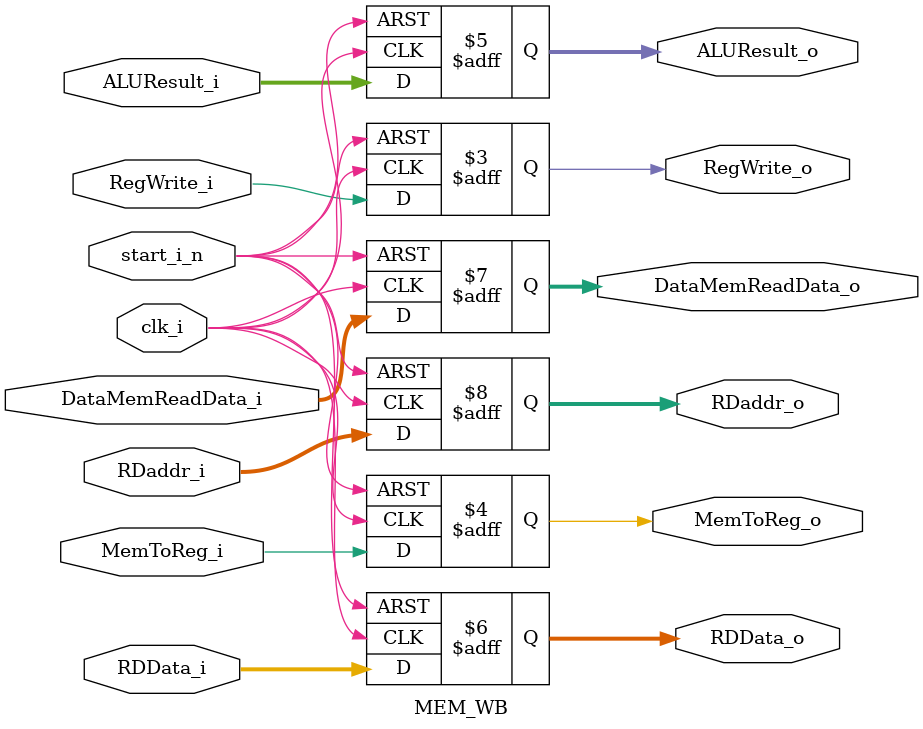
<source format=v>
`timescale 1ns / 1ps


module MEM_WB(
	clk_i,
	start_i_n,
	ALUResult_i,
	RDData_i,
	RDaddr_i,
	RegWrite_i,
	MemToReg_i,
	DataMemReadData_i,
	ALUResult_o,
	RDData_o,
	RDaddr_o,
	RegWrite_o,
	MemToReg_o,
	DataMemReadData_o
);

    input	          clk_i, RegWrite_i, MemToReg_i, start_i_n;
    input	  [31:0]  ALUResult_i, RDData_i, DataMemReadData_i;
    input	  [4:0]	  RDaddr_i;
    
    output	          RegWrite_o, MemToReg_o;
    output	  [31:0]  ALUResult_o, RDData_o, DataMemReadData_o;
    
    reg	              RegWrite_o, MemToReg_o;
    reg	      [31:0]  ALUResult_o, RDData_o, DataMemReadData_o;
    output reg[4:0]	  RDaddr_o;

    always@(posedge clk_i or negedge start_i_n) begin
        if(~start_i_n) begin
            ALUResult_o <= 0;
            RDData_o <= 0;
            RDaddr_o <= 0;
            RegWrite_o <= 0;
            MemToReg_o <= 0;
            DataMemReadData_o<=0;
        end
        else begin
            ALUResult_o <= ALUResult_i;
            RDData_o <= RDData_i;
            RDaddr_o <= RDaddr_i;
            RegWrite_o <= RegWrite_i;
            MemToReg_o <= MemToReg_i;
            DataMemReadData_o <= DataMemReadData_i;
        end
    end

endmodule








</source>
